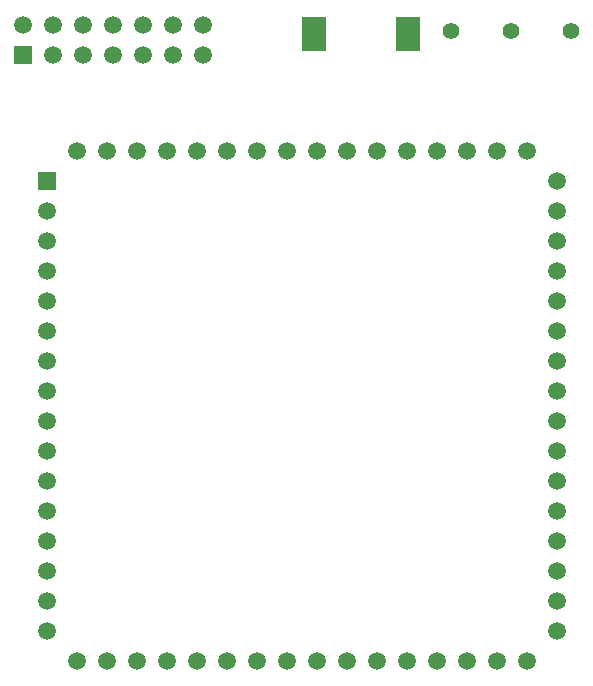
<source format=gbs>
G04 #@! TF.GenerationSoftware,KiCad,Pcbnew,(6.0.7-1)-1*
G04 #@! TF.CreationDate,2022-09-24T13:59:18+09:00*
G04 #@! TF.ProjectId,RL78Display-EB,524c3738-4469-4737-906c-61792d45422e,V1.0*
G04 #@! TF.SameCoordinates,Original*
G04 #@! TF.FileFunction,Soldermask,Bot*
G04 #@! TF.FilePolarity,Negative*
%FSLAX46Y46*%
G04 Gerber Fmt 4.6, Leading zero omitted, Abs format (unit mm)*
G04 Created by KiCad (PCBNEW (6.0.7-1)-1) date 2022-09-24 13:59:18*
%MOMM*%
%LPD*%
G01*
G04 APERTURE LIST*
%ADD10C,1.400000*%
%ADD11R,2.000000X3.000000*%
%ADD12R,1.500000X1.500000*%
%ADD13C,1.500000*%
G04 APERTURE END LIST*
D10*
X7620000Y45720000D03*
D11*
X4000000Y45500000D03*
X-4000000Y45500000D03*
D10*
X17780000Y45720000D03*
D12*
X-28620000Y43730000D03*
D13*
X-28620000Y46270000D03*
X-26080000Y43730000D03*
X-26080000Y46270000D03*
X-23540000Y43730000D03*
X-23540000Y46270000D03*
X-21000000Y43730000D03*
X-21000000Y46270000D03*
X-18460000Y43730000D03*
X-18460000Y46270000D03*
X-15920000Y43730000D03*
X-15920000Y46270000D03*
X-13380000Y43730000D03*
X-13380000Y46270000D03*
D12*
X-26590000Y33050000D03*
D13*
X-26590000Y30510000D03*
X-26590000Y27970000D03*
X-26590000Y25430000D03*
X-26590000Y22890000D03*
X-26590000Y20350000D03*
X-26590000Y17810000D03*
X-26590000Y15270000D03*
X-26590000Y12730000D03*
X-26590000Y10190000D03*
X-26590000Y7650000D03*
X-26590000Y5110000D03*
X-26590000Y2570000D03*
X-26590000Y30000D03*
X-26590000Y-2510000D03*
X-26590000Y-5050000D03*
X-24050000Y-7590000D03*
X-21510000Y-7590000D03*
X-18970000Y-7590000D03*
X-16430000Y-7590000D03*
X-13890000Y-7590000D03*
X-11350000Y-7590000D03*
X-8810000Y-7590000D03*
X-6270000Y-7590000D03*
X-3730000Y-7590000D03*
X-1190000Y-7590000D03*
X1350000Y-7590000D03*
X3890000Y-7590000D03*
X6430000Y-7590000D03*
X8970000Y-7590000D03*
X11510000Y-7590000D03*
X14050000Y-7590000D03*
X16590000Y-5050000D03*
X16590000Y-2510000D03*
X16590000Y30000D03*
X16590000Y2570000D03*
X16590000Y5110000D03*
X16590000Y7650000D03*
X16590000Y10190000D03*
X16590000Y12730000D03*
X16590000Y15270000D03*
X16590000Y17810000D03*
X16590000Y20350000D03*
X16590000Y22890000D03*
X16590000Y25430000D03*
X16590000Y27970000D03*
X16590000Y30510000D03*
X16590000Y33050000D03*
X14050000Y35590000D03*
X11510000Y35590000D03*
X8970000Y35590000D03*
X6430000Y35590000D03*
X3890000Y35590000D03*
X1350000Y35590000D03*
X-1190000Y35590000D03*
X-3730000Y35590000D03*
X-6270000Y35590000D03*
X-8810000Y35590000D03*
X-11350000Y35590000D03*
X-13890000Y35590000D03*
X-16430000Y35590000D03*
X-18970000Y35590000D03*
X-21510000Y35590000D03*
X-24050000Y35590000D03*
D10*
X12700000Y45720000D03*
M02*

</source>
